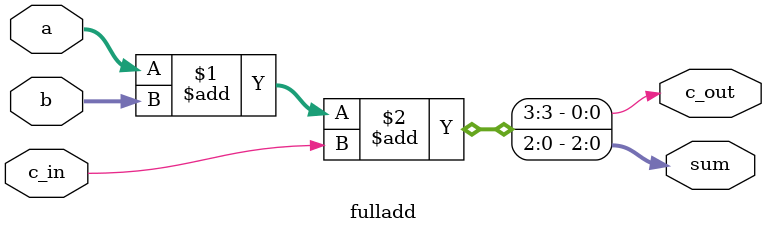
<source format=v>
/* Make Verilog Testbench RTL Diagram
Copyright (C) 2021 Make Verilog Testbench RTL Diagram Authors.
This program is free software: you can redistribute it and/or modify
it under the terms of the GNU General Public License as published by
the Free Software Foundation, either version 3 of the License, or
(at your option) any later version.
This program is distributed in the hope that it will be useful,
but WITHOUT ANY WARRANTY; without even the implied warranty of
MERCHANTABILITY or FITNESS FOR A PARTICULAR PURPOSE.  See the
GNU General Public License for more details.
You should have received a copy of the GNU General Public License
along with this program.  If not, see <http://www.gnu.org/licenses/>.
==============================================================================*/

`timescale 1ns/10ps

module fulladd #(
    parameter width = 2
) (
    input [width:0] a,
    input [width:0] b,
    input c_in,
    output c_out,
    output [width:0] sum
);

    assign { c_out, sum } = a + b + c_in;

endmodule
</source>
